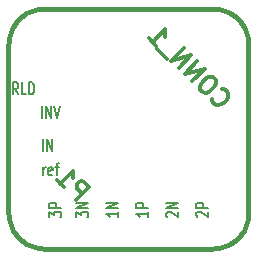
<source format=gbo>
G04 (created by PCBNEW-RS274X (2012-jan-04)-stable) date Mon 02 Apr 2012 09:15:32 PM CEST*
G01*
G70*
G90*
%MOIN*%
G04 Gerber Fmt 3.4, Leading zero omitted, Abs format*
%FSLAX34Y34*%
G04 APERTURE LIST*
%ADD10C,0.006000*%
%ADD11C,0.007500*%
%ADD12C,0.015000*%
%ADD13C,0.012000*%
G04 APERTURE END LIST*
G54D10*
G54D11*
X28752Y-39277D02*
X28752Y-39091D01*
X28904Y-39191D01*
X28904Y-39149D01*
X28923Y-39120D01*
X28942Y-39106D01*
X28980Y-39091D01*
X29076Y-39091D01*
X29114Y-39106D01*
X29133Y-39120D01*
X29152Y-39149D01*
X29152Y-39234D01*
X29133Y-39263D01*
X29114Y-39277D01*
X29152Y-38963D02*
X28752Y-38963D01*
X28752Y-38848D01*
X28771Y-38820D01*
X28790Y-38805D01*
X28828Y-38791D01*
X28885Y-38791D01*
X28923Y-38805D01*
X28942Y-38820D01*
X28961Y-38848D01*
X28961Y-38963D01*
X29652Y-39284D02*
X29652Y-39098D01*
X29804Y-39198D01*
X29804Y-39156D01*
X29823Y-39127D01*
X29842Y-39113D01*
X29880Y-39098D01*
X29976Y-39098D01*
X30014Y-39113D01*
X30033Y-39127D01*
X30052Y-39156D01*
X30052Y-39241D01*
X30033Y-39270D01*
X30014Y-39284D01*
X30052Y-38970D02*
X29652Y-38970D01*
X30052Y-38798D01*
X29652Y-38798D01*
X31052Y-39098D02*
X31052Y-39270D01*
X31052Y-39184D02*
X30652Y-39184D01*
X30709Y-39213D01*
X30747Y-39241D01*
X30766Y-39270D01*
X31052Y-38970D02*
X30652Y-38970D01*
X31052Y-38798D01*
X30652Y-38798D01*
X32052Y-39091D02*
X32052Y-39263D01*
X32052Y-39177D02*
X31652Y-39177D01*
X31709Y-39206D01*
X31747Y-39234D01*
X31766Y-39263D01*
X32052Y-38963D02*
X31652Y-38963D01*
X31652Y-38848D01*
X31671Y-38820D01*
X31690Y-38805D01*
X31728Y-38791D01*
X31785Y-38791D01*
X31823Y-38805D01*
X31842Y-38820D01*
X31861Y-38848D01*
X31861Y-38963D01*
X32690Y-39270D02*
X32671Y-39256D01*
X32652Y-39227D01*
X32652Y-39156D01*
X32671Y-39127D01*
X32690Y-39113D01*
X32728Y-39098D01*
X32766Y-39098D01*
X32823Y-39113D01*
X33052Y-39284D01*
X33052Y-39098D01*
X33052Y-38970D02*
X32652Y-38970D01*
X33052Y-38798D01*
X32652Y-38798D01*
X33690Y-39263D02*
X33671Y-39249D01*
X33652Y-39220D01*
X33652Y-39149D01*
X33671Y-39120D01*
X33690Y-39106D01*
X33728Y-39091D01*
X33766Y-39091D01*
X33823Y-39106D01*
X34052Y-39277D01*
X34052Y-39091D01*
X34052Y-38963D02*
X33652Y-38963D01*
X33652Y-38848D01*
X33671Y-38820D01*
X33690Y-38805D01*
X33728Y-38791D01*
X33785Y-38791D01*
X33823Y-38805D01*
X33842Y-38820D01*
X33861Y-38848D01*
X33861Y-38963D01*
X28554Y-37889D02*
X28554Y-37622D01*
X28554Y-37698D02*
X28569Y-37660D01*
X28583Y-37641D01*
X28612Y-37622D01*
X28640Y-37622D01*
X28855Y-37870D02*
X28826Y-37889D01*
X28769Y-37889D01*
X28740Y-37870D01*
X28726Y-37832D01*
X28726Y-37679D01*
X28740Y-37641D01*
X28769Y-37622D01*
X28826Y-37622D01*
X28855Y-37641D01*
X28869Y-37679D01*
X28869Y-37717D01*
X28726Y-37756D01*
X28955Y-37622D02*
X29069Y-37622D01*
X28997Y-37889D02*
X28997Y-37546D01*
X29012Y-37508D01*
X29040Y-37489D01*
X29069Y-37489D01*
X28533Y-37089D02*
X28533Y-36689D01*
X28676Y-37089D02*
X28676Y-36689D01*
X28848Y-37089D01*
X28848Y-36689D01*
X28504Y-35989D02*
X28504Y-35589D01*
X28647Y-35989D02*
X28647Y-35589D01*
X28819Y-35989D01*
X28819Y-35589D01*
X28919Y-35589D02*
X29019Y-35989D01*
X29119Y-35589D01*
X27712Y-35189D02*
X27612Y-34998D01*
X27540Y-35189D02*
X27540Y-34789D01*
X27655Y-34789D01*
X27683Y-34808D01*
X27698Y-34827D01*
X27712Y-34865D01*
X27712Y-34922D01*
X27698Y-34960D01*
X27683Y-34979D01*
X27655Y-34998D01*
X27540Y-34998D01*
X27983Y-35189D02*
X27840Y-35189D01*
X27840Y-34789D01*
X28083Y-35189D02*
X28083Y-34789D01*
X28155Y-34789D01*
X28198Y-34808D01*
X28226Y-34846D01*
X28241Y-34884D01*
X28255Y-34960D01*
X28255Y-35017D01*
X28241Y-35094D01*
X28226Y-35132D01*
X28198Y-35170D01*
X28155Y-35189D01*
X28083Y-35189D01*
G54D12*
X27390Y-33527D02*
X27390Y-39127D01*
X34190Y-32327D02*
X28590Y-32327D01*
X35390Y-39127D02*
X35390Y-33527D01*
X28590Y-40327D02*
X34190Y-40327D01*
X27390Y-39127D02*
X27395Y-39231D01*
X27409Y-39335D01*
X27431Y-39437D01*
X27463Y-39537D01*
X27503Y-39634D01*
X27551Y-39726D01*
X27608Y-39815D01*
X27671Y-39898D01*
X27742Y-39975D01*
X27819Y-40046D01*
X27902Y-40109D01*
X27991Y-40166D01*
X28083Y-40214D01*
X28180Y-40254D01*
X28280Y-40286D01*
X28382Y-40308D01*
X28486Y-40322D01*
X28590Y-40327D01*
X28590Y-32327D02*
X28486Y-32332D01*
X28382Y-32346D01*
X28280Y-32368D01*
X28180Y-32400D01*
X28083Y-32440D01*
X27991Y-32488D01*
X27902Y-32545D01*
X27819Y-32608D01*
X27742Y-32679D01*
X27671Y-32756D01*
X27608Y-32839D01*
X27551Y-32928D01*
X27503Y-33020D01*
X27463Y-33117D01*
X27431Y-33217D01*
X27409Y-33319D01*
X27395Y-33423D01*
X27390Y-33527D01*
X35390Y-33527D02*
X35385Y-33423D01*
X35371Y-33319D01*
X35349Y-33217D01*
X35317Y-33117D01*
X35277Y-33020D01*
X35229Y-32928D01*
X35172Y-32839D01*
X35109Y-32756D01*
X35038Y-32679D01*
X34961Y-32608D01*
X34878Y-32545D01*
X34790Y-32488D01*
X34697Y-32440D01*
X34600Y-32400D01*
X34500Y-32368D01*
X34398Y-32346D01*
X34294Y-32332D01*
X34190Y-32327D01*
X34190Y-40327D02*
X34294Y-40322D01*
X34398Y-40308D01*
X34500Y-40286D01*
X34600Y-40254D01*
X34697Y-40214D01*
X34790Y-40166D01*
X34878Y-40109D01*
X34961Y-40046D01*
X35038Y-39975D01*
X35109Y-39898D01*
X35172Y-39815D01*
X35229Y-39726D01*
X35277Y-39634D01*
X35317Y-39537D01*
X35349Y-39437D01*
X35371Y-39335D01*
X35385Y-39231D01*
X35390Y-39127D01*
G54D13*
X29652Y-38690D02*
X30076Y-38266D01*
X29915Y-38105D01*
X29854Y-38084D01*
X29814Y-38084D01*
X29753Y-38104D01*
X29692Y-38165D01*
X29672Y-38226D01*
X29672Y-38266D01*
X29693Y-38327D01*
X29854Y-38488D01*
X29005Y-38044D02*
X29248Y-38287D01*
X29126Y-38165D02*
X29551Y-37741D01*
X29530Y-37842D01*
X29531Y-37923D01*
X29551Y-37983D01*
X34175Y-35339D02*
X34176Y-35380D01*
X34216Y-35461D01*
X34257Y-35501D01*
X34337Y-35541D01*
X34418Y-35541D01*
X34479Y-35521D01*
X34580Y-35461D01*
X34640Y-35400D01*
X34701Y-35299D01*
X34721Y-35239D01*
X34721Y-35157D01*
X34681Y-35077D01*
X34640Y-35037D01*
X34560Y-34996D01*
X34519Y-34996D01*
X34297Y-34693D02*
X34216Y-34612D01*
X34155Y-34591D01*
X34074Y-34592D01*
X33974Y-34653D01*
X33832Y-34794D01*
X33771Y-34894D01*
X33771Y-34975D01*
X33792Y-35037D01*
X33873Y-35117D01*
X33933Y-35137D01*
X34014Y-35137D01*
X34115Y-35077D01*
X34257Y-34935D01*
X34317Y-34834D01*
X34317Y-34753D01*
X34297Y-34693D01*
X33508Y-34753D02*
X33933Y-34329D01*
X33266Y-34511D01*
X33690Y-34086D01*
X33064Y-34308D02*
X33488Y-33884D01*
X32821Y-34066D01*
X33245Y-33641D01*
X32680Y-34005D02*
X32357Y-33682D01*
X32074Y-33318D02*
X32316Y-33561D01*
X32195Y-33439D02*
X32619Y-33015D01*
X32598Y-33116D01*
X32599Y-33197D01*
X32620Y-33258D01*
M02*

</source>
